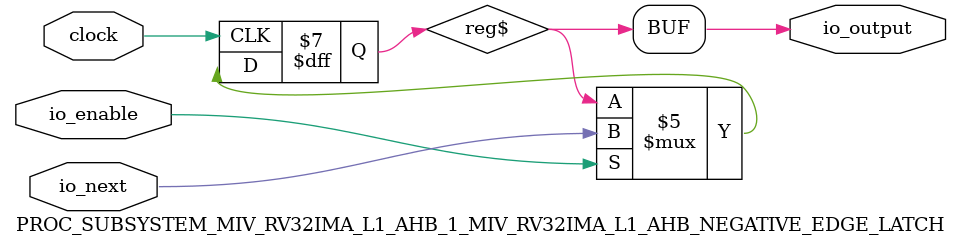
<source format=v>
`define RANDOMIZE
`timescale 1ns/10ps
module PROC_SUBSYSTEM_MIV_RV32IMA_L1_AHB_1_MIV_RV32IMA_L1_AHB_NEGATIVE_EDGE_LATCH(
  input   clock,
  input   io_next,
  input   io_enable,
  output  io_output
);
  reg  reg$;
  reg [31:0] _RAND_0;
  wire  _GEN_0;
  assign io_output = reg$;
  assign _GEN_0 = io_enable ? io_next : reg$;
`ifdef RANDOMIZE
  integer initvar;
  initial begin
    `ifndef verilator
      #0.002 begin end
    `endif
  `ifdef RANDOMIZE_REG_INIT
  _RAND_0 = {1{$random}};
  reg$ = _RAND_0[0:0];
  `endif // RANDOMIZE_REG_INIT
  end
`endif // RANDOMIZE
  always @(posedge clock) begin
    if (io_enable) begin
      reg$ <= io_next;
    end
  end
endmodule

</source>
